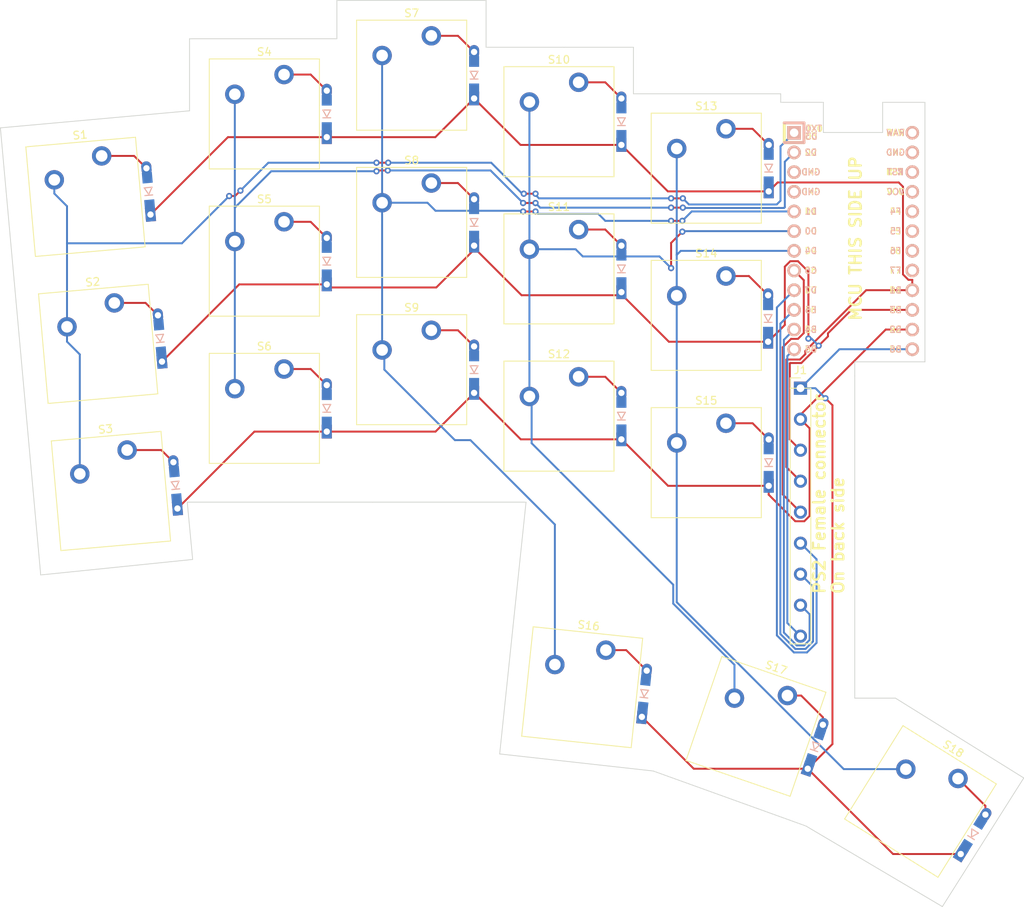
<source format=kicad_pcb>
(kicad_pcb (version 20221018) (generator pcbnew)
  (layers (0 "F.Cu" signal) (31 "B.Cu" signal) (34 "B.Paste" user) (35 "F.Paste" user) (36 "B.SilkS" user "B.Silkscreen") (37 "F.SilkS" user "F.Silkscreen") (38 "B.Mask" user) (39 "F.Mask" user) (44 "Edge.Cuts" user))
  (net 0 "")
  (net 1 "R4")
  (net 2 "Net-(D1-A)")
  (net 3 "Net-(D2-A)")
  (net 4 "Net-(D3-A)")
  (net 5 "Net-(D4-A)")
  (net 7 "Net-(D5-A)")
  (net 8 "R3")
  (net 9 "Net-(D6-A)")
  (net 10 "Net-(D7-A)")
  (net 11 "Net-(D8-A)")
  (net 12 "Net-(D9-A)")
  (net 13 "Net-(D10-A)")
  (net 14 "R2")
  (net 15 "Net-(D11-A)")
  (net 16 "Net-(D12-A)")
  (net 17 "Net-(D13-A)")
  (net 18 "Net-(D14-A)")
  (net 19 "Net-(D15-A)")
  (net 20 "R1")
  (net 21 "Net-(D16-A)")
  (net 22 "Net-(D17-A)")
  (net 23 "Net-(D18-A)")
  (net 24 "C6")
  (net 25 "C7")
  (net 26 "C8")
  (net 27 "C9")
  (net 28 "C10")
  (net 29 "C1")
  (net 30 "C2")
  (net 31 "C3")
  (net 32 "C4")
  (net 33 "C5")
  (footprint "Switch_Keyboard_Cherry_MX:SW_Cherry_MX_PCB_1.00u" (layer "F.Cu") (at 61.847381 70.603631)
    (fp_text reference "S8")
    (fp_text value "SW_Push")
  )
  (footprint "Switch_Keyboard_Cherry_MX:SW_Cherry_MX_PCB_1.00u" (layer "F.Cu") (at 80.847381 76.603631)
    (fp_text reference "S11")
    (fp_text value "SW_Push")
  )
  (footprint "Switch_Keyboard_Cherry_MX:SW_Cherry_MX_PCB_1.00u" (layer "F.Cu") (at 21.41117 86.275179 5)
    (fp_text reference "S2")
    (fp_text value "SW_Push")
  )
  (footprint "Switch_Keyboard_Cherry_MX:SW_Cherry_MX_PCB_1.00u" (layer "F.Cu") (at 42.847381 75.603631)
    (fp_text reference "S5")
    (fp_text value "SW_Push")
  )
  (footprint "Switch_Keyboard_Cherry_MX:SW_Cherry_MX_PCB_1.00u" (layer "F.Cu") (at 42.847381 94.603631)
    (fp_text reference "S6")
    (fp_text value "SW_Push")
  )
  (footprint "Switch_Keyboard_Cherry_MX:SW_Cherry_MX_PCB_1.00u" (layer "F.Cu") (at 19.773893 67.305414 5)
    (fp_text reference "S1")
    (fp_text value "SW_Push")
  )
  (footprint "Switch_Keyboard_Cherry_MX:SW_Cherry_MX_PCB_1.00u" (layer "F.Cu") (at 61.847381 51.603631)
    (fp_text reference "S7")
    (fp_text value "SW_Push")
  )
  (footprint "Switch_Keyboard_Cherry_MX:SW_Cherry_MX_PCB_1.00u" (layer "F.Cu") (at 83.842328 130.592039 -6)
    (fp_text reference "S16")
    (fp_text value "SW_Push")
  )
  (footprint "Switch_Keyboard_Cherry_MX:SW_Cherry_MX_PCB_1.00u" (layer "F.Cu") (at 80.847381 57.603631)
    (fp_text reference "S10")
    (fp_text value "SW_Push")
  )
  (footprint "Switch_Keyboard_Cherry_MX:SW_Cherry_MX_PCB_1.00u" (layer "F.Cu") (at 127.475976 145.33504 -32)
    (fp_text reference "S18")
    (fp_text value "SW_Push")
  )
  (footprint "Switch_Keyboard_Cherry_MX:SW_Cherry_MX_PCB_1.00u" (layer "F.Cu") (at 42.847381 56.603631)
    (fp_text reference "S4")
    (fp_text value "SW_Push")
  )
  (footprint "Switch_Keyboard_Cherry_MX:SW_Cherry_MX_PCB_1.00u" (layer "F.Cu") (at 106.260952 135.641185 -19)
    (fp_text reference "S17")
    (fp_text value "SW_Push")
  )
  (footprint "MX:1x9 4mm" (layer "F.Cu") (at 112 92)
    (fp_text reference "J1")
    (fp_text value "Conn_01x09")
  )
  (footprint "Switch_Keyboard_Cherry_MX:SW_Cherry_MX_PCB_1.00u" (layer "F.Cu") (at 23.059801 105.263719 5)
    (fp_text reference "S3")
    (fp_text value "SW_Push")
  )
  (footprint "Switch_Keyboard_Cherry_MX:SW_Cherry_MX_PCB_1.00u" (layer "F.Cu") (at 99.847381 82.603631)
    (fp_text reference "S14")
    (fp_text value "SW_Push")
  )
  (footprint "Switch_Keyboard_Cherry_MX:SW_Cherry_MX_PCB_1.00u" (layer "F.Cu") (at 99.847381 63.603631)
    (fp_text reference "S13")
    (fp_text value "SW_Push")
  )
  (footprint "Switch_Keyboard_Cherry_MX:SW_Cherry_MX_PCB_1.00u" (layer "F.Cu") (at 80.847381 95.603631)
    (fp_text reference "S12")
    (fp_text value "SW_Push")
  )
  (footprint "Switch_Keyboard_Cherry_MX:SW_Cherry_MX_PCB_1.00u" (layer "F.Cu") (at 61.847381 89.603631)
    (fp_text reference "S9")
    (fp_text value "SW_Push")
  )
  (footprint "Switch_Keyboard_Cherry_MX:SW_Cherry_MX_PCB_1.00u" (layer "F.Cu") (at 99.847381 101.603631)
    (fp_text reference "S15")
    (fp_text value "SW_Push")
  )
  (footprint "Keebio-Parts:ArduinoProMicro" (layer "F.Cu") (at 118.8 73 -90)
    (fp_text reference "U2" hide)
    (fp_text value "Elite-C" hide)
  )
  (footprint "kbd:D3_TH_SMD_v2" (layer "B.Cu") (at 88.9 95.603631 90)
    (fp_text reference "D14" hide)
    (fp_text value "D_Small" hide)
  )
  (footprint "kbd:D3_TH_SMD_v2" (layer "B.Cu") (at 88.9 57.603631 90)
    (fp_text reference "D4" hide)
    (fp_text value "D_Small" hide)
  )
  (footprint "kbd:D3_TH_SMD_v2" (layer "B.Cu") (at 29.382957 85.577738 95)
    (fp_text reference "D6" hide)
    (fp_text value "D_Small" hide)
  )
  (footprint "kbd:D3_TH_SMD_v2" (layer "B.Cu") (at 91.853649 131.434063 84)
    (fp_text reference "D16" hide)
    (fp_text value "D_Small" hide)
  )
  (footprint "kbd:D3_TH_SMD_v2" (layer "B.Cu") (at 50.9 75.603631 90)
    (fp_text reference "D7" hide)
    (fp_text value "D_Small" hide)
  )
  (footprint "kbd:D3_TH_SMD_v2" (layer "B.Cu") (at 69.9 89.603631 90)
    (fp_text reference "D13" hide)
    (fp_text value "D_Small" hide)
  )
  (footprint "kbd:D3_TH_SMD_v2" (layer "B.Cu") (at 27.9 66.6 95)
    (fp_text reference "D1" hide)
    (fp_text value "D_Small" hide)
  )
  (footprint "kbd:D3_TH_SMD_v2" (layer "B.Cu") (at 113.910976 138.2753 71)
    (fp_text reference "D17" hide)
    (fp_text value "D_Small" hide)
  )
  (footprint "kbd:D3_TH_SMD_v2" (layer "B.Cu") (at 107.823227 82.999079 90)
    (fp_text reference "D10" hide)
    (fp_text value "D_Small" hide)
  )
  (footprint "kbd:D3_TH_SMD_v2" (layer "B.Cu") (at 107.9 63.6 90)
    (fp_text reference "D5" hide)
    (fp_text value "D_Small" hide)
  )
  (footprint "kbd:D3_TH_SMD_v2" (layer "B.Cu") (at 107.9 101.603631 90)
    (fp_text reference "D15" hide)
    (fp_text value "D_Small" hide)
  )
  (footprint "kbd:D3_TH_SMD_v2" (layer "B.Cu") (at 50.9 94.6 90)
    (fp_text reference "D12" hide)
    (fp_text value "D_Small" hide)
  )
  (footprint "kbd:D3_TH_SMD_v2" (layer "B.Cu") (at 69.9 70.603631 90)
    (fp_text reference "D8" hide)
    (fp_text value "D_Small" hide)
  )
  (footprint "kbd:D3_TH_SMD_v2" (layer "B.Cu") (at 50.9 56.6 90)
    (fp_text reference "D2" hide)
    (fp_text value "D_Small" hide)
  )
  (footprint "kbd:D3_TH_SMD_v2" (layer "B.Cu") (at 88.9 76.603631 90)
    (fp_text reference "D9" hide)
    (fp_text value "D_Small" hide)
  )
  (footprint "kbd:D3_TH_SMD_v2" (layer "B.Cu") (at 134.260361 149.574394 58)
    (fp_text reference "D18" hide)
    (fp_text value "D_Small" hide)
  )
  (footprint "kbd:D3_TH_SMD_v2" (layer "B.Cu") (at 31.379293 104.535858 95)
    (fp_text reference "D11" hide)
    (fp_text value "D_Small" hide)
  )
  (footprint "kbd:D3_TH_SMD_v2" (layer "B.Cu") (at 69.9 51.603631 90)
    (fp_text reference "D3" hide)
    (fp_text value "D_Small" hide)
  )
  (gr_line (start 81.5 48) (end 90.45 48) (stroke (width 0.1)) (layer "Edge.Cuts"))
  (gr_line (start 119 132) (end 124.25 132) (stroke (width 0.1)) (layer "Edge.Cuts"))
  (gr_line (start 112.7 148.5) (end 93 141.4) (stroke (width 0.1)) (layer "Edge.Cuts"))
  (gr_line (start 14 116.1) (end 8.8 58.4) (stroke (width 0.1)) (layer "Edge.Cuts"))
  (gr_line (start 119 90.4) (end 119 132) (stroke (width 0.1)) (layer "Edge.Cuts"))
  (gr_line (start 124.25 132) (end 140.8 142.3) (stroke (width 0.1)) (layer "Edge.Cuts"))
  (gr_line (start 71.45 41.95) (end 71.45 48) (stroke (width 0.1)) (layer "Edge.Cuts"))
  (gr_line (start 32.9 106.7) (end 56.8 106.7) (stroke (width 0.1)) (layer "Edge.Cuts"))
  (gr_line (start 122.6 59) (end 122.6 55.1) (stroke (width 0.1)) (layer "Edge.Cuts"))
  (gr_line (start 114.95 59) (end 122.6 59) (stroke (width 0.1)) (layer "Edge.Cuts"))
  (gr_line (start 33.6 114.1) (end 32.9 106.7) (stroke (width 0.1)) (layer "Edge.Cuts"))
  (gr_line (start 109.45 54) (end 109.45 55.1) (stroke (width 0.1)) (layer "Edge.Cuts"))
  (gr_line (start 33.2 56.2) (end 33.2 46.9) (stroke (width 0.1)) (layer "Edge.Cuts"))
  (gr_line (start 90.45 48) (end 90.45 54) (stroke (width 0.1)) (layer "Edge.Cuts"))
  (gr_line (start 128.05 88.6) (end 119 88.6) (stroke (width 0.1)) (layer "Edge.Cuts"))
  (gr_line (start 56.8 106.7) (end 76.6 106.7) (stroke (width 0.1)) (layer "Edge.Cuts"))
  (gr_line (start 14 116.1) (end 33.6 114.1) (stroke (width 0.1)) (layer "Edge.Cuts"))
  (gr_line (start 109.45 55.1) (end 114.95 55.1) (stroke (width 0.1)) (layer "Edge.Cuts"))
  (gr_line (start 130.3 158.9) (end 140.8 142.3) (stroke (width 0.1)) (layer "Edge.Cuts"))
  (gr_line (start 52.2 41.95) (end 71.45 41.95) (stroke (width 0.1)) (layer "Edge.Cuts"))
  (gr_line (start 33.2 46.9) (end 52.2 46.9) (stroke (width 0.1)) (layer "Edge.Cuts"))
  (gr_line (start 93 141.4) (end 73.2 139.2) (stroke (width 0.1)) (layer "Edge.Cuts"))
  (gr_line (start 128.05 55.1) (end 128.05 88.6) (stroke (width 0.1)) (layer "Edge.Cuts"))
  (gr_line (start 130.3 158.9) (end 112.7 148.5) (stroke (width 0.1)) (layer "Edge.Cuts"))
  (gr_line (start 119 88.6) (end 119 90.4) (stroke (width 0.1)) (layer "Edge.Cuts"))
  (gr_line (start 8.8 58.4) (end 33.2 56.2) (stroke (width 0.1)) (layer "Edge.Cuts"))
  (gr_line (start 71.45 48) (end 81.5 48) (stroke (width 0.1)) (layer "Edge.Cuts"))
  (gr_line (start 73.2 139.2) (end 76.6 106.7) (stroke (width 0.1)) (layer "Edge.Cuts"))
  (gr_line (start 52.2 46.9) (end 52.2 41.95) (stroke (width 0.1)) (layer "Edge.Cuts"))
  (gr_line (start 122.6 55.1) (end 128.05 55.1) (stroke (width 0.1)) (layer "Edge.Cuts"))
  (gr_line (start 114.95 55.1) (end 114.95 59) (stroke (width 0.1)) (layer "Edge.Cuts"))
  (gr_line (start 90.45 54) (end 109.45 54) (stroke (width 0.1)) (layer "Edge.Cuts"))
  (gr_text "PS2 Female connector\nOn back side" (at 117.723227 118.699079 90) (layer "F.SilkS") (effects (font (size 1.5 1.5) (thickness 0.3) bold) (justify left bottom)))
  (gr_text "MCU THIS SIDE UP" (at 119.973227 83.449079 90) (layer "F.SilkS") (effects (font (size 1.5 1.5) (thickness 0.3) bold) (justify left bottom)))
  (segment (start 110.173227 88.299079) (end 111.923227 88.299079) (width 0.25) (layer "F.Cu") (net 1))
  (segment (start 112.623227 87.599079) (end 112.623227 87.199079) (width 0.25) (layer "F.Cu") (net 1))
  (segment (start 50.9 59.6) (end 64.903631 59.6) (width 0.25) (layer "F.Cu") (net 1))
  (segment (start 125.2187 77.307595) (end 125.922405 78.0113) (width 0.25) (layer "F.Cu") (net 1))
  (segment (start 112.623227 87.199079) (end 120.472306 79.35) (width 0.25) (layer "F.Cu") (net 1))
  (segment (start 64.903631 59.6) (end 69.9 54.603631) (width 0.25) (layer "F.Cu") (net 1))
  (segment (start 38.150051 59.6) (end 50.9 59.6) (width 0.25) (layer "F.Cu") (net 1))
  (segment (start 94.896369 66.6) (end 88.9 60.603631) (width 0.25) (layer "F.Cu") (net 1))
  (segment (start 125.922405 78.0113) (end 126.42 78.0113) (width 0.25) (layer "F.Cu") (net 1))
  (segment (start 109.0513 65.4487) (end 124.672848 65.4487) (width 0.25) (layer "F.Cu") (net 1))
  (segment (start 112 104) (end 110.173227 102.173227) (width 0.25) (layer "F.Cu") (net 1))
  (segment (start 107.9 66.6) (end 109.0513 65.4487) (width 0.25) (layer "F.Cu") (net 1))
  (segment (start 110.173227 102.173227) (end 110.173227 88.299079) (width 0.25) (layer "F.Cu") (net 1))
  (segment (start 28.161467 69.588584) (end 38.150051 59.6) (width 0.25) (layer "F.Cu") (net 1))
  (segment (start 88.9 60.603631) (end 75.9 60.603631) (width 0.25) (layer "F.Cu") (net 1))
  (segment (start 124.672848 65.4487) (end 125.2187 65.994552) (width 0.25) (layer "F.Cu") (net 1))
  (segment (start 111.923227 88.299079) (end 112.623227 87.599079) (width 0.25) (layer "F.Cu") (net 1))
  (segment (start 107.9 66.6) (end 94.896369 66.6) (width 0.25) (layer "F.Cu") (net 1))
  (segment (start 120.472306 79.35) (end 126.42 79.35) (width 0.25) (layer "F.Cu") (net 1))
  (segment (start 126.42 78.0113) (end 126.42 79.35) (width 0.25) (layer "F.Cu") (net 1))
  (segment (start 75.9 60.603631) (end 69.9 54.603631) (width 0.25) (layer "F.Cu") (net 1))
  (segment (start 125.2187 65.994552) (end 125.2187 77.307595) (width 0.25) (layer "F.Cu") (net 1))
  (segment (start 26.050486 62.023369) (end 27.638533 63.611416) (width 0.25) (layer "F.Cu") (net 2))
  (segment (start 21.861476 62.023369) (end 26.050486 62.023369) (width 0.25) (layer "F.Cu") (net 2))
  (segment (start 45.387381 51.523631) (end 48.823631 51.523631) (width 0.25) (layer "F.Cu") (net 3))
  (segment (start 48.823631 51.523631) (end 50.9 53.6) (width 0.25) (layer "F.Cu") (net 3))
  (segment (start 64.387381 46.523631) (end 67.82 46.523631) (width 0.25) (layer "F.Cu") (net 4))
  (segment (start 67.82 46.523631) (end 69.9 48.603631) (width 0.25) (layer "F.Cu") (net 4))
  (segment (start 86.82 52.523631) (end 88.9 54.603631) (width 0.25) (layer "F.Cu") (net 5))
  (segment (start 83.387381 52.523631) (end 86.82 52.523631) (width 0.25) (layer "F.Cu") (net 5))
  (segment (start 102.387381 58.523631) (end 105.823631 58.523631) (width 0.25) (layer "F.Cu") (net 7))
  (segment (start 105.823631 58.523631) (end 107.9 60.6) (width 0.25) (layer "F.Cu") (net 7))
  (segment (start 107.823227 85.999079) (end 95.019596 85.999079) (width 0.25) (layer "F.Cu") (net 8))
  (segment (start 113.023227 76.954332) (end 113.023227 85.599079) (width 0.25) (layer "F.Cu") (net 8))
  (segment (start 95.019596 85.999079) (end 89.023227 80.00271) (width 0.25) (layer "F.Cu") (net 8))
  (segment (start 110.673227 88.749079) (end 110.623227 88.799079) (width 0.25) (layer "F.Cu") (net 8))
  (segment (start 110.623227 88.799079) (end 110.623227 98.623227) (width 0.25) (layer "F.Cu") (net 8))
  (segment (start 110.623227 98.623227) (end 112 100) (width 0.25) (layer "F.Cu") (net 8))
  (segment (start 118.568702 81.89) (end 115.541425 84.917277) (width 0.25) (layer "F.Cu") (net 8))
  (segment (start 109.9787 76.312405) (end 110.682405 75.6087) (width 0.25) (layer "F.Cu") (net 8))
  (segment (start 112.109623 88.749079) (end 110.673227 88.749079) (width 0.25) (layer "F.Cu") (net 8))
  (segment (start 76.023227 80.00271) (end 70.023227 74.00271) (width 0.25) (layer "F.Cu") (net 8))
  (segment (start 109.9787 83.843606) (end 109.9787 76.312405) (width 0.25) (layer "F.Cu") (net 8))
  (segment (start 110.682405 75.6087) (end 111.677595 75.6087) (width 0.25) (layer "F.Cu") (net 8))
  (segment (start 115.541425 84.917277) (end 115.541425 85.317277) (width 0.25) (layer "F.Cu") (net 8))
  (segment (start 39.607115 78.603631) (end 29.644424 88.566322) (width 0.25) (layer "F.Cu") (net 8))
  (segment (start 111.677595 75.6087) (end 113.023227 76.954332) (width 0.25) (layer "F.Cu") (net 8))
  (segment (start 107.823227 85.999079) (end 109.9787 83.843606) (width 0.25) (layer "F.Cu") (net 8))
  (segment (start 89.023227 80.00271) (end 76.023227 80.00271) (width 0.25) (layer "F.Cu") (net 8))
  (segment (start 65.026858 78.999079) (end 51.023227 78.999079) (width 0.25) (layer "F.Cu") (net 8))
  (segment (start 126.42 81.89) (end 118.568702 81.89) (width 0.25) (layer "F.Cu") (net 8))
  (segment (start 114.341425 86.517277) (end 112.109623 88.749079) (width 0.25) (layer "F.Cu") (net 8))
  (segment (start 70.023227 74.00271) (end 65.026858 78.999079) (width 0.25) (layer "F.Cu") (net 8))
  (segment (start 50.9 78.603631) (end 39.607115 78.603631) (width 0.25) (layer "F.Cu") (net 8))
  (segment (start 115.541425 85.317277) (end 114.341425 86.517277) (width 0.25) (layer "F.Cu") (net 8))
  (via (at 114.341425 86.517277) (size 0.8) (drill 0.4) (layers "F.Cu" "B.Cu") (net 8))
  (via (at 113.023227 85.599079) (size 0.8) (drill 0.4) (layers "F.Cu" "B.Cu") (net 8))
  (segment (start 113.023227 85.599079) (end 113.423227 85.599079) (width 0.25) (layer "B.Cu") (net 8))
  (segment (start 113.423227 85.599079) (end 114.341425 86.517277) (width 0.25) (layer "B.Cu") (net 8))
  (segment (start 27.52547 80.993134) (end 29.12149 82.589154) (width 0.25) (layer "F.Cu") (net 9))
  (segment (start 23.498753 80.993134) (end 27.52547 80.993134) (width 0.25) (layer "F.Cu") (net 9))
  (segment (start 48.82 70.523631) (end 50.9 72.603631) (width 0.25) (layer "F.Cu") (net 10))
  (segment (start 45.387381 70.523631) (end 48.82 70.523631) (width 0.25) (layer "F.Cu") (net 10))
  (segment (start 67.82 65.523631) (end 69.9 67.603631) (width 0.25) (layer "F.Cu") (net 11))
  (segment (start 64.387381 65.523631) (end 67.82 65.523631) (width 0.25) (layer "F.Cu") (net 11))
  (segment (start 86.82 71.523631) (end 88.9 73.603631) (width 0.25) (layer "F.Cu") (net 12))
  (segment (start 83.387381 71.523631) (end 86.82 71.523631) (width 0.25) (layer "F.Cu") (net 12))
  (segment (start 105.347779 77.523631) (end 102.387381 77.523631) (width 0.25) (layer "F.Cu") (net 13))
  (segment (start 107.823227 79.999079) (end 105.347779 77.523631) (width 0.25) (layer "F.Cu") (net 13))
  (segment (start 122.993223 84.43) (end 126.42 84.43) (width 0.25) (layer "F.Cu") (net 14))
  (segment (start 112 95.423223) (end 122.993223 84.43) (width 0.25) (layer "F.Cu") (net 14))
  (segment (start 107.9 105.742631) (end 111.332369 109.175) (width 0.25) (layer "F.Cu") (net 14))
  (segment (start 107.9 104.603631) (end 107.9 105.742631) (width 0.25) (layer "F.Cu") (net 14))
  (segment (start 50.923227 97.599079) (end 64.926858 97.599079) (width 0.25) (layer "F.Cu") (net 14))
  (segment (start 64.926858 97.599079) (end 69.923227 92.60271) (width 0.25) (layer "F.Cu") (net 14))
  (segment (start 75.923227 98.60271) (end 69.923227 92.60271) (width 0.25) (layer "F.Cu") (net 14))
  (segment (start 88.923227 98.60271) (end 75.923227 98.60271) (width 0.25) (layer "F.Cu") (net 14))
  (segment (start 94.919596 104.599079) (end 88.923227 98.60271) (width 0.25) (layer "F.Cu") (net 14))
  (segment (start 111.332369 109.175) (end 112.486701 109.175) (width 0.25) (layer "F.Cu") (net 14))
  (segment (start 107.923227 104.599079) (end 94.919596 104.599079) (width 0.25) (layer "F.Cu") (net 14))
  (segment (start 113.175 97.175) (end 112 96) (width 0.25) (layer "F.Cu") (net 14))
  (segment (start 112.486701 109.175) (end 113.175 108.486701) (width 0.25) (layer "F.Cu") (net 14))
  (segment (start 113.175 108.486701) (end 113.175 97.175) (width 0.25) (layer "F.Cu") (net 14))
  (segment (start 31.64076 107.524442) (end 41.565202 97.6) (width 0.25) (layer "F.Cu") (net 14))
  (segment (start 41.565202 97.6) (end 50.9 97.6) (width 0.25) (layer "F.Cu") (net 14))
  (segment (start 112 96) (end 112 95.423223) (width 0.25) (layer "F.Cu") (net 14))
  (segment (start 29.552226 99.981674) (end 31.117826 101.547274) (width 0.25) (layer "F.Cu") (net 15))
  (segment (start 25.147384 99.981674) (end 29.552226 99.981674) (width 0.25) (layer "F.Cu") (net 15))
  (segment (start 48.823631 89.523631) (end 50.9 91.6) (width 0.25) (layer "F.Cu") (net 16))
  (segment (start 45.387381 89.523631) (end 48.823631 89.523631) (width 0.25) (layer "F.Cu") (net 16))
  (segment (start 64.387381 84.523631) (end 67.82 84.523631) (width 0.25) (layer "F.Cu") (net 17))
  (segment (start 67.82 84.523631) (end 69.9 86.603631) (width 0.25) (layer "F.Cu") (net 17))
  (segment (start 86.82 90.523631) (end 88.9 92.603631) (width 0.25) (layer "F.Cu") (net 18))
  (segment (start 83.387381 90.523631) (end 86.82 90.523631) (width 0.25) (layer "F.Cu") (net 18))
  (segment (start 102.387381 96.523631) (end 105.82 96.523631) (width 0.25) (layer "F.Cu") (net 19))
  (segment (start 105.82 96.523631) (end 107.9 98.603631) (width 0.25) (layer "F.Cu") (net 19))
  (segment (start 116.123227 137.922901) (end 116.123227 94.199079) (width 0.25) (layer "F.Cu") (net 20))
  (segment (start 123.940954 152.118538) (end 132.670603 152.118538) (width 0.25) (layer "F.Cu") (net 20))
  (segment (start 91.540064 134.417629) (end 98.234291 141.111856) (width 0.25) (layer "F.Cu") (net 20))
  (segment (start 112.934272 141.111856) (end 123.940954 152.118538) (width 0.25) (layer "F.Cu") (net 20))
  (segment (start 116.123227 94.199079) (end 115.223227 93.299079) (width 0.25) (layer "F.Cu") (net 20))
  (segment (start 98.234291 141.111856) (end 112.934272 141.111856) (width 0.25) (layer "F.Cu") (net 20))
  (segment (start 112.934272 141.111856) (end 116.123227 137.922901) (width 0.25) (layer "F.Cu") (net 20))
  (via (at 115.223227 93.299079) (size 0.8) (drill 0.4) (layers "F.Cu" "B.Cu") (net 20))
  (segment (start 117.03 86.97) (end 126.42 86.97) (width 0.25) (layer "B.Cu") (net 20))
  (segment (start 112 92) (end 117.03 86.97) (width 0.25) (layer "B.Cu") (net 20))
  (segment (start 113.924148 92) (end 112 92) (width 0.25) (layer "B.Cu") (net 20))
  (segment (start 115.223227 93.299079) (end 113.924148 92) (width 0.25) (layer "B.Cu") (net 20))
  (segment (start 86.899418 125.80537) (end 89.522107 125.80537) (width 0.25) (layer "F.Cu") (net 21))
  (segment (start 89.522107 125.80537) (end 92.167234 128.450497) (width 0.25) (layer "F.Cu") (net 21))
  (segment (start 112.089042 131.664894) (end 110.316455 131.664894) (width 0.25) (layer "F.Cu") (net 22))
  (segment (start 114.88768 135.438744) (end 114.88768 134.463532) (width 0.25) (layer "F.Cu") (net 22))
  (segment (start 114.88768 134.463532) (end 112.089042 131.664894) (width 0.25) (layer "F.Cu") (net 22))
  (segment (start 135.850119 145.901062) (end 135.850119 147.03025) (width 0.25) (layer "F.Cu") (net 23))
  (segment (start 132.322008 142.372951) (end 135.850119 145.901062) (width 0.25) (layer "F.Cu") (net 23))
  (segment (start 112.423227 78.053227) (end 111.18 76.81) (width 0.25) (layer "F.Cu") (net 24))
  (segment (start 112.423227 84.885668) (end 112.423227 78.053227) (width 0.25) (layer "F.Cu") (net 24))
  (segment (start 109.723227 105.723227) (end 109.723227 86.699079) (width 0.25) (layer "F.Cu") (net 24))
  (segment (start 111.677595 85.6313) (end 112.423227 84.885668) (width 0.25) (layer "F.Cu") (net 24))
  (segment (start 110.791006 85.6313) (end 111.677595 85.6313) (width 0.25) (layer "F.Cu") (net 24))
  (segment (start 112 108) (end 109.723227 105.723227) (width 0.25) (layer "F.Cu") (net 24))
  (segment (start 109.723227 86.699079) (end 110.791006 85.6313) (width 0.25) (layer "F.Cu") (net 24))
  (segment (start 108.9537 123.902344) (end 108.9537 81.5763) (width 0.25) (layer "B.Cu") (net 25))
  (segment (start 114.075 114.075) (end 114.075 124.859493) (width 0.25) (layer "B.Cu") (net 25))
  (segment (start 111.150435 126.099079) (end 108.9537 123.902344) (width 0.25) (layer "B.Cu") (net 25))
  (segment (start 114.075 124.859493) (end 112.835414 126.099079) (width 0.25) (layer "B.Cu") (net 25))
  (segment (start 112 112) (end 114.075 114.075) (width 0.25) (layer "B.Cu") (net 25))
  (segment (start 112.835414 126.099079) (end 111.150435 126.099079) (width 0.25) (layer "B.Cu") (net 25))
  (segment (start 108.9537 81.5763) (end 111.18 79.35) (width 0.25) (layer "B.Cu") (net 25))
  (segment (start 109.4037 123.715948) (end 109.4037 83.6663) (width 0.25) (layer "B.Cu") (net 26))
  (segment (start 113.625 117.625) (end 113.625 124.673097) (width 0.25) (layer "B.Cu") (net 26))
  (segment (start 109.4037 83.6663) (end 111.18 81.89) (width 0.25) (layer "B.Cu") (net 26))
  (segment (start 112.649018 125.649079) (end 111.336831 125.649079) (width 0.25) (layer "B.Cu") (net 26))
  (segment (start 113.625 124.673097) (end 112.649018 125.649079) (width 0.25) (layer "B.Cu") (net 26))
  (segment (start 112 116) (end 113.625 117.625) (width 0.25) (layer "B.Cu") (net 26))
  (segment (start 111.336831 125.649079) (end 109.4037 123.715948) (width 0.25) (layer "B.Cu") (net 26))
  (segment (start 113.175 121.175) (end 113.175 124.486701) (width 0.25) (layer "B.Cu") (net 27))
  (segment (start 112.462622 125.199079) (end 111.523227 125.199079) (width 0.25) (layer "B.Cu") (net 27))
  (segment (start 111.523227 125.199079) (end 109.8537 123.529552) (width 0.25) (layer "B.Cu") (net 27))
  (segment (start 113.175 124.486701) (end 112.462622 125.199079) (width 0.25) (layer "B.Cu") (net 27))
  (segment (start 109.8537 123.529552) (end 109.8537 85.7563) (width 0.25) (layer "B.Cu") (net 27))
  (segment (start 112 120) (end 113.175 121.175) (width 0.25) (layer "B.Cu") (net 27))
  (segment (start 109.8537 85.7563) (end 111.18 84.43) (width 0.25) (layer "B.Cu") (net 27))
  (segment (start 110.3037 122.3037) (end 110.3037 87.8463) (width 0.25) (layer "B.Cu") (net 28))
  (segment (start 112 124) (end 110.3037 122.3037) (width 0.25) (layer "B.Cu") (net 28))
  (segment (start 110.3037 87.8463) (end 111.18 86.97) (width 0.25) (layer "B.Cu") (net 28))
  (segment (start 77.823227 66.899079) (end 76.312881 66.899079) (width 0.25) (layer "F.Cu") (net 29))
  (segment (start 57.312881 62.899079) (end 58.823227 62.899079) (width 0.25) (layer "F.Cu") (net 29))
  (segment (start 39.061881 67.199079) (end 39.761881 66.499079) (width 0.25) (layer "F.Cu") (net 29))
  (segment (start 38.312881 67.199079) (end 39.061881 67.199079) (width 0.25) (layer "F.Cu") (net 29))
  (segment (start 96.823227 67.499079) (end 95.312881 67.499079) (width 0.25) (layer "F.Cu") (net 29))
  (via (at 76.312881 66.899079) (size 0.8) (drill 0.4) (layers "F.Cu" "B.Cu") (net 29))
  (via (at 77.823227 66.899079) (size 0.8) (drill 0.4) (layers "F.Cu" "B.Cu") (net 29))
  (via (at 96.823227 67.499079) (size 0.8) (drill 0.4) (layers "F.Cu" "B.Cu") (net 29))
  (via (at 57.312881 62.899079) (size 0.8) (drill 0.4) (layers "F.Cu" "B.Cu") (net 29))
  (via (at 58.823227 62.899079) (size 0.8) (drill 0.4) (layers "F.Cu" "B.Cu") (net 29))
  (via (at 38.312881 67.199079) (size 0.8) (drill 0.4) (layers "F.Cu" "B.Cu") (net 29))
  (via (at 95.312881 67.499079) (size 0.8) (drill 0.4) (layers "F.Cu" "B.Cu") (net 29))
  (via (at 39.761881 66.499079) (size 0.8) (drill 0.4) (layers "F.Cu" "B.Cu") (net 29))
  (segment (start 43.361881 62.899079) (end 57.312881 62.899079) (width 0.25) (layer "B.Cu") (net 29))
  (segment (start 17.394293 73.299079) (end 17.394293 84.076908) (width 0.25) (layer "B.Cu") (net 29))
  (segment (start 72.108306 62.899079) (end 58.823227 62.899079) (width 0.25) (layer "B.Cu") (net 29))
  (segment (start 95.312881 67.499079) (end 78.273227 67.499079) (width 0.25) (layer "B.Cu") (net 29))
  (segment (start 97.614148 68.29) (end 108.932306 68.29) (width 0.25) (layer "B.Cu") (net 29))
  (segment (start 76.312881 66.899079) (end 76.108306 66.899079) (width 0.25) (layer "B.Cu") (net 29))
  (segment (start 109.423227 60.786773) (end 111.18 59.03) (width 0.25) (layer "B.Cu") (net 29))
  (segment (start 96.823227 67.499079) (end 97.614148 68.29) (width 0.25) (layer "B.Cu") (net 29))
  (segment (start 77.823227 67.049079) (end 77.823227 66.899079) (width 0.25) (layer "B.Cu") (net 29))
  (segment (start 17.394293 73.299079) (end 32.212881 73.299079) (width 0.25) (layer "B.Cu") (net 29))
  (segment (start 76.108306 66.899079) (end 72.108306 62.899079) (width 0.25) (layer "B.Cu") (net 29))
  (segment (start 108.932306 68.29) (end 109.423227 67.799079) (width 0.25) (layer "B.Cu") (net 29))
  (segment (start 78.273227 67.499079) (end 77.823227 67.049079) (width 0.25) (layer "B.Cu") (net 29))
  (segment (start 15.757016 66.874909) (end 17.394293 68.512186) (width 0.25) (layer "B.Cu") (net 29))
  (segment (start 17.394293 68.512186) (end 17.394293 73.299079) (width 0.25) (layer "B.Cu") (net 29))
  (segment (start 15.757016 65.107143) (end 15.757016 66.874909) (width 0.25) (layer "B.Cu") (net 29))
  (segment (start 32.212881 73.299079) (end 38.312881 67.199079) (width 0.25) (layer "B.Cu") (net 29))
  (segment (start 39.761881 66.499079) (end 43.361881 62.899079) (width 0.25) (layer "B.Cu") (net 29))
  (segment (start 19.042924 87.642586) (end 19.042924 103.065448) (width 0.25) (layer "B.Cu") (net 29))
  (segment (start 109.423227 67.799079) (end 109.423227 60.786773) (width 0.25) (layer "B.Cu") (net 29))
  (segment (start 17.394293 84.076908) (end 17.394293 85.993955) (width 0.25) (layer "B.Cu") (net 29))
  (segment (start 17.394293 85.993955) (end 19.042924 87.642586) (width 0.25) (layer "B.Cu") (net 29))
  (segment (start 77.823227 68.099079) (end 76.223227 68.099079) (width 0.25) (layer "F.Cu") (net 30))
  (segment (start 58.761881 63.899079) (end 57.412881 63.899079) (width 0.25) (layer "F.Cu") (net 30))
  (segment (start 57.412881 63.899079) (end 57.312881 63.999079) (width 0.25) (layer "F.Cu") (net 30))
  (segment (start 96.823227 68.699079) (end 95.312881 68.699079) (width 0.25) (layer "F.Cu") (net 30))
  (via (at 77.823227 68.099079) (size 0.8) (drill 0.4) (layers "F.Cu" "B.Cu") (net 30))
  (via (at 95.312881 68.699079) (size 0.8) (drill 0.4) (layers "F.Cu" "B.Cu") (net 30))
  (via (at 57.312881 63.999079) (size 0.8) (drill 0.4) (layers "F.Cu" "B.Cu") (net 30))
  (via (at 76.223227 68.099079) (size 0.8) (drill 0.4) (layers "F.Cu" "B.Cu") (net 30))
  (via (at 96.823227 68.699079) (size 0.8) (drill 0.4) (layers "F.Cu" "B.Cu") (net 30))
  (via (at 58.761881 63.899079) (size 0.8) (drill 0.4) (layers "F.Cu" "B.Cu") (net 30))
  (segment (start 96.864148 68.74) (end 96.823227 68.699079) (width 0.25) (layer "B.Cu") (net 30))
  (segment (start 43.737381 63.999079) (end 39.037381 68.699079) (width 0.25) (layer "B.Cu") (net 30))
  (segment (start 95.312881 68.699079) (end 78.423227 68.699079) (width 0.25) (layer "B.Cu") (net 30))
  (segment (start 72.023227 63.899079) (end 58.761881 63.899079) (width 0.25) (layer "B.Cu") (net 30))
  (segment (start 111.18 61.57) (end 109.9787 62.7713) (width 0.25) (layer "B.Cu") (net 30))
  (segment (start 39.037381 92.063631) (end 39.037381 73.063631) (width 0.25) (layer "B.Cu") (net 30))
  (segment (start 78.423227 68.699079) (end 77.823227 68.099079) (width 0.25) (layer "B.Cu") (net 30))
  (segment (start 76.223227 68.099079) (end 72.023227 63.899079) (width 0.25) (layer "B.Cu") (net 30))
  (segment (start 109.9787 68.643606) (end 109.882306 68.74) (width 0.25) (layer "B.Cu") (net 30))
  (segment (start 109.9787 62.7713) (end 109.9787 68.643606) (width 0.25) (layer "B.Cu") (net 30))
  (segment (start 39.037381 54.063631) (end 39.037381 68.699079) (width 0.25) (layer "B.Cu") (net 30))
  (segment (start 109.882306 68.74) (end 109.223227 68.74) (width 0.25) (layer "B.Cu") (net 30))
  (segment (start 57.312881 63.999079) (end 43.737381 63.999079) (width 0.25) (layer "B.Cu") (net 30))
  (segment (start 39.037381 68.699079) (end 39.037381 73.063631) (width 0.25) (layer "B.Cu") (net 30))
  (segment (start 109.223227 68.74) (end 96.864148 68.74) (width 0.25) (layer "B.Cu") (net 30))
  (segment (start 96.761881 70.399079) (end 95.312881 70.399079) (width 0.25) (layer "F.Cu") (net 31))
  (segment (start 77.823227 69.199079) (end 76.223227 69.199079) (width 0.25) (layer "F.Cu") (net 31))
  (via (at 95.312881 70.399079) (size 0.8) (drill 0.4) (layers "F.Cu" "B.Cu") (net 31))
  (via (at 76.223227 69.199079) (size 0.8) (drill 0.4) (layers "F.Cu" "B.Cu") (net 31))
  (via (at 96.761881 70.399079) (size 0.8) (drill 0.4) (layers "F.Cu" "B.Cu") (net 31))
  (via (at 77.823227 69.199079) (size 0.8) (drill 0.4) (layers "F.Cu" "B.Cu") (net 31))
  (segment (start 58.037381 49.063631) (end 58.037381 87.063631) (width 0.25) (layer "B.Cu") (net 31))
  (segment (start 58.323227 87.349477) (end 58.323227 89.599079) (width 0.25) (layer "B.Cu") (net 31))
  (segment (start 63.887779 68.063631) (end 58.037381 68.063631) (width 0.25) (layer "B.Cu") (net 31))
  (segment (start 76.223227 69.199079) (end 76.123227 69.099079) (width 0.25) (layer "B.Cu") (net 31))
  (segment (start 69.423227 98.699079) (end 80.318702 109.594554) (width 0.25) (layer "B.Cu") (net 31))
  (segment (start 58.323227 89.599079) (end 67.423227 98.699079) (width 0.25) (layer "B.Cu") (net 31))
  (segment (start 86.823227 70.399079) (end 95.312881 70.399079) (width 0.25) (layer "B.Cu") (net 31))
  (segment (start 58.037381 87.063631) (end 58.323227 87.349477) (width 0.25) (layer "B.Cu") (net 31))
  (segment (start 77.823227 69.199079) (end 78.123227 69.499079) (width 0.25) (layer "B.Cu") (net 31))
  (segment (start 97.97096 69.19) (end 96.761881 70.399079) (width 0.25) (layer "B.Cu") (net 31))
  (segment (start 64.923227 69.099079) (end 63.887779 68.063631) (width 0.25) (layer "B.Cu") (net 31))
  (segment (start 67.423227 98.699079) (end 69.423227 98.699079) (width 0.25) (layer "B.Cu") (net 31))
  (segment (start 85.923227 69.499079) (end 86.823227 70.399079) (width 0.25) (layer "B.Cu") (net 31))
  (segment (start 111.18 69.19) (end 97.97096 69.19) (width 0.25) (layer "B.Cu") (net 31))
  (segment (start 80.318702 109.594554) (end 80.318702 127.6677) (width 0.25) (layer "B.Cu") (net 31))
  (segment (start 78.123227 69.499079) (end 85.923227 69.499079) (width 0.25) (layer "B.Cu") (net 31))
  (segment (start 76.123227 69.099079) (end 64.923227 69.099079) (width 0.25) (layer "B.Cu") (net 31))
  (segment (start 96.761881 71.799079) (end 95.312881 73.248079) (width 0.25) (layer "F.Cu") (net 32))
  (segment (start 95.312881 73.248079) (end 95.312881 76.499079) (width 0.25) (layer "F.Cu") (net 32))
  (via (at 96.761881 71.799079) (size 0.8) (drill 0.4) (layers "F.Cu" "B.Cu") (net 32))
  (via (at 95.312881 76.499079) (size 0.8) (drill 0.4) (layers "F.Cu" "B.Cu") (net 32))
  (segment (start 77.037381 93.063631) (end 77.323227 93.349477) (width 0.25) (layer "B.Cu") (net 32))
  (segment (start 77.323227 93.349477) (end 77.323227 99.099079) (width 0.25) (layer "B.Cu") (net 32))
  (segment (start 83.923227 74.999079) (end 82.987779 74.063631) (width 0.25) (layer "B.Cu") (net 32))
  (segment (start 95.587381 117.363233) (end 95.587381 119.799629) (width 0.25) (layer "B.Cu") (net 32))
  (segment (start 82.987779 74.063631) (end 77.037381 74.063631) (width 0.25) (layer "B.Cu") (net 32))
  (segment (start 103.485469 127.697717) (end 103.485469 131.999153) (width 0.25) (layer "B.Cu") (net 32))
  (segment (start 77.037381 55.063631) (end 77.037381 93.063631) (width 0.25) (layer "B.Cu") (net 32))
  (segment (start 93.812881 74.999079) (end 83.923227 74.999079) (width 0.25) (layer "B.Cu") (net 32))
  (segment (start 77.323227 99.099079) (end 95.587381 117.363233) (width 0.25) (layer "B.Cu") (net 32))
  (segment (start 95.587381 119.799629) (end 103.485469 127.697717) (width 0.25) (layer "B.Cu") (net 32))
  (segment (start 111.18 71.73) (end 96.83096 71.73) (width 0.25) (layer "B.Cu") (net 32))
  (segment (start 95.312881 76.499079) (end 93.812881 74.999079) (width 0.25) (layer "B.Cu") (net 32))
  (segment (start 96.83096 71.73) (end 96.761881 71.799079) (width 0.25) (layer "B.Cu") (net 32))
  (segment (start 96.56646 74.27) (end 111.18 74.27) (width 0.25) (layer "B.Cu") (net 33))
  (segment (start 96.037381 61.063631) (end 96.037381 74.799079) (width 0.25) (layer "B.Cu") (net 33))
  (segment (start 96.037381 74.799079) (end 96.56646 74.27) (width 0.25) (layer "B.Cu") (net 33))
  (segment (start 96.037381 74.799079) (end 96.037381 99.063631) (width 0.25) (layer "B.Cu") (net 33))
  (segment (start 125.590908 141.162005) (end 117.586153 141.162005) (width 0.25) (layer "B.Cu") (net 33))
  (segment (start 117.586153 141.162005) (end 96.037381 119.613233) (width 0.25) (layer "B.Cu") (net 33))
  (segment (start 96.037381 119.613233) (end 96.037381 99.063631) (width 0.25) (layer "B.Cu") (net 33))
)
</source>
